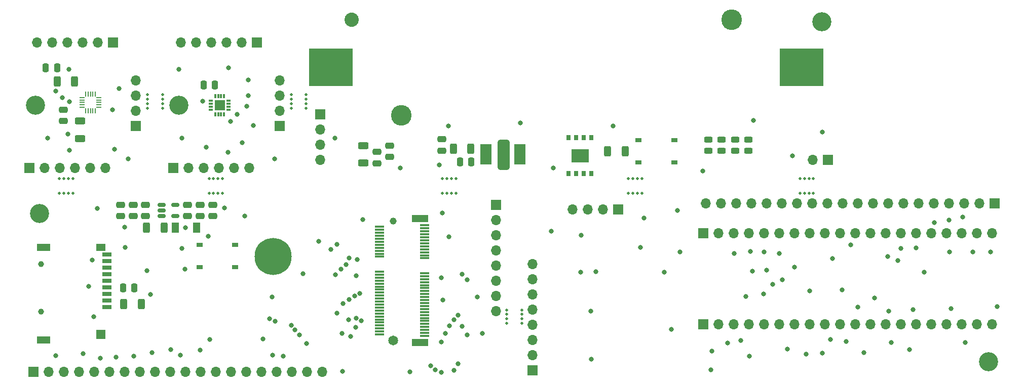
<source format=gbr>
%TF.GenerationSoftware,KiCad,Pcbnew,(6.0.5)*%
%TF.CreationDate,2022-08-13T10:27:20+02:00*%
%TF.ProjectId,clarinoid-devboard,636c6172-696e-46f6-9964-2d646576626f,rev?*%
%TF.SameCoordinates,Original*%
%TF.FileFunction,Soldermask,Top*%
%TF.FilePolarity,Negative*%
%FSLAX46Y46*%
G04 Gerber Fmt 4.6, Leading zero omitted, Abs format (unit mm)*
G04 Created by KiCad (PCBNEW (6.0.5)) date 2022-08-13 10:27:20*
%MOMM*%
%LPD*%
G01*
G04 APERTURE LIST*
G04 Aperture macros list*
%AMRoundRect*
0 Rectangle with rounded corners*
0 $1 Rounding radius*
0 $2 $3 $4 $5 $6 $7 $8 $9 X,Y pos of 4 corners*
0 Add a 4 corners polygon primitive as box body*
4,1,4,$2,$3,$4,$5,$6,$7,$8,$9,$2,$3,0*
0 Add four circle primitives for the rounded corners*
1,1,$1+$1,$2,$3*
1,1,$1+$1,$4,$5*
1,1,$1+$1,$6,$7*
1,1,$1+$1,$8,$9*
0 Add four rect primitives between the rounded corners*
20,1,$1+$1,$2,$3,$4,$5,0*
20,1,$1+$1,$4,$5,$6,$7,0*
20,1,$1+$1,$6,$7,$8,$9,0*
20,1,$1+$1,$8,$9,$2,$3,0*%
%AMFreePoly0*
4,1,14,0.088284,0.450784,0.100000,0.422500,0.100000,-0.422500,0.088284,-0.450784,0.060000,-0.462500,0.036569,-0.462500,0.008285,-0.450784,-0.088284,-0.354215,-0.100000,-0.325931,-0.100000,0.422500,-0.088284,0.450784,-0.060000,0.462500,0.060000,0.462500,0.088284,0.450784,0.088284,0.450784,$1*%
%AMFreePoly1*
4,1,14,0.088284,0.450784,0.100000,0.422500,0.100000,-0.325931,0.088284,-0.354215,-0.008285,-0.450784,-0.036569,-0.462500,-0.060000,-0.462500,-0.088284,-0.450784,-0.100000,-0.422500,-0.100000,0.422500,-0.088284,0.450784,-0.060000,0.462500,0.060000,0.462500,0.088284,0.450784,0.088284,0.450784,$1*%
%AMFreePoly2*
4,1,14,0.450784,0.088284,0.462500,0.060000,0.462500,-0.060000,0.450784,-0.088284,0.422500,-0.100000,-0.422500,-0.100000,-0.450784,-0.088284,-0.462500,-0.060000,-0.462500,-0.036569,-0.450784,-0.008285,-0.354215,0.088284,-0.325931,0.100000,0.422500,0.100000,0.450784,0.088284,0.450784,0.088284,$1*%
%AMFreePoly3*
4,1,14,0.450784,0.088284,0.462500,0.060000,0.462500,-0.060000,0.450784,-0.088284,0.422500,-0.100000,-0.325931,-0.100000,-0.354215,-0.088284,-0.450784,0.008285,-0.462500,0.036569,-0.462500,0.060000,-0.450784,0.088284,-0.422500,0.100000,0.422500,0.100000,0.450784,0.088284,0.450784,0.088284,$1*%
%AMFreePoly4*
4,1,14,-0.008285,0.450784,0.088284,0.354215,0.100000,0.325931,0.100000,-0.422500,0.088284,-0.450784,0.060000,-0.462500,-0.060000,-0.462500,-0.088284,-0.450784,-0.100000,-0.422500,-0.100000,0.422500,-0.088284,0.450784,-0.060000,0.462500,-0.036569,0.462500,-0.008285,0.450784,-0.008285,0.450784,$1*%
%AMFreePoly5*
4,1,14,0.088284,0.450784,0.100000,0.422500,0.100000,-0.422500,0.088284,-0.450784,0.060000,-0.462500,-0.060000,-0.462500,-0.088284,-0.450784,-0.100000,-0.422500,-0.100000,0.325931,-0.088284,0.354215,0.008285,0.450784,0.036569,0.462500,0.060000,0.462500,0.088284,0.450784,0.088284,0.450784,$1*%
%AMFreePoly6*
4,1,14,0.450784,0.088284,0.462500,0.060000,0.462500,0.036569,0.450784,0.008285,0.354215,-0.088284,0.325931,-0.100000,-0.422500,-0.100000,-0.450784,-0.088284,-0.462500,-0.060000,-0.462500,0.060000,-0.450784,0.088284,-0.422500,0.100000,0.422500,0.100000,0.450784,0.088284,0.450784,0.088284,$1*%
%AMFreePoly7*
4,1,14,0.354215,0.088284,0.450784,-0.008285,0.462500,-0.036569,0.462500,-0.060000,0.450784,-0.088284,0.422500,-0.100000,-0.422500,-0.100000,-0.450784,-0.088284,-0.462500,-0.060000,-0.462500,0.060000,-0.450784,0.088284,-0.422500,0.100000,0.325931,0.100000,0.354215,0.088284,0.354215,0.088284,$1*%
G04 Aperture macros list end*
%ADD10C,1.000000*%
%ADD11R,1.300000X1.700000*%
%ADD12C,3.200000*%
%ADD13O,1.700000X1.700000*%
%ADD14R,1.700000X1.700000*%
%ADD15RoundRect,0.250000X-0.475000X0.250000X-0.475000X-0.250000X0.475000X-0.250000X0.475000X0.250000X0*%
%ADD16RoundRect,0.250000X-0.312500X-0.625000X0.312500X-0.625000X0.312500X0.625000X-0.312500X0.625000X0*%
%ADD17RoundRect,0.250000X0.475000X-0.250000X0.475000X0.250000X-0.475000X0.250000X-0.475000X-0.250000X0*%
%ADD18RoundRect,0.250000X0.250000X0.475000X-0.250000X0.475000X-0.250000X-0.475000X0.250000X-0.475000X0*%
%ADD19C,0.500000*%
%ADD20R,2.850000X2.250000*%
%ADD21R,0.700000X0.950000*%
%ADD22R,7.340000X6.350000*%
%ADD23C,2.390000*%
%ADD24C,3.450000*%
%ADD25R,1.850000X3.500000*%
%ADD26R,1.000000X0.750000*%
%ADD27RoundRect,0.243750X-0.456250X0.243750X-0.456250X-0.243750X0.456250X-0.243750X0.456250X0.243750X0*%
%ADD28C,6.200000*%
%ADD29R,1.800000X1.800000*%
%ADD30R,0.800000X0.300000*%
%ADD31R,0.300000X0.800000*%
%ADD32FreePoly0,0.000000*%
%ADD33RoundRect,0.050000X-0.050000X-0.412500X0.050000X-0.412500X0.050000X0.412500X-0.050000X0.412500X0*%
%ADD34FreePoly1,0.000000*%
%ADD35FreePoly2,0.000000*%
%ADD36RoundRect,0.050000X-0.412500X-0.050000X0.412500X-0.050000X0.412500X0.050000X-0.412500X0.050000X0*%
%ADD37FreePoly3,0.000000*%
%ADD38FreePoly4,0.000000*%
%ADD39FreePoly5,0.000000*%
%ADD40FreePoly6,0.000000*%
%ADD41FreePoly7,0.000000*%
%ADD42RoundRect,0.243750X0.456250X-0.243750X0.456250X0.243750X-0.456250X0.243750X-0.456250X-0.243750X0*%
%ADD43R,1.500000X1.600000*%
%ADD44R,2.200000X1.200000*%
%ADD45R,1.500000X1.200000*%
%ADD46R,1.600000X0.700000*%
%ADD47C,1.000000*%
%ADD48RoundRect,0.250000X0.312500X0.625000X-0.312500X0.625000X-0.312500X-0.625000X0.312500X-0.625000X0*%
%ADD49RoundRect,0.250000X-0.250000X-0.475000X0.250000X-0.475000X0.250000X0.475000X-0.250000X0.475000X0*%
%ADD50RoundRect,0.250000X0.625000X-0.312500X0.625000X0.312500X-0.625000X0.312500X-0.625000X-0.312500X0*%
%ADD51C,1.650000*%
%ADD52C,1.150000*%
%ADD53R,1.550000X0.300000*%
%ADD54R,2.750000X1.200000*%
%ADD55RoundRect,0.150000X-0.512500X-0.150000X0.512500X-0.150000X0.512500X0.150000X-0.512500X0.150000X0*%
%ADD56C,0.800000*%
G04 APERTURE END LIST*
D10*
X136529317Y-83100034D02*
X137529317Y-83100034D01*
X137529317Y-83100034D02*
X137529317Y-79100034D01*
X137529317Y-79100034D02*
X136529317Y-79100034D01*
X136529317Y-79100034D02*
X136529317Y-83100034D01*
G36*
X136529317Y-83100034D02*
G01*
X137529317Y-83100034D01*
X137529317Y-79100034D01*
X136529317Y-79100034D01*
X136529317Y-83100034D01*
G37*
D11*
%TO.C,D12*%
X82196817Y-93300034D03*
X85696817Y-93300034D03*
%TD*%
D12*
%TO.C,H10*%
X218109317Y-115700034D03*
%TD*%
D13*
%TO.C,J7*%
X188679317Y-81920034D03*
D14*
X191219317Y-81920034D03*
%TD*%
D15*
%TO.C,C1*%
X73009317Y-89450034D03*
X73009317Y-91350034D03*
%TD*%
D16*
%TO.C,R10*%
X157341817Y-80500034D03*
X154416817Y-80500034D03*
%TD*%
D17*
%TO.C,C29*%
X84209317Y-91350034D03*
X84209317Y-89450034D03*
%TD*%
D18*
%TO.C,C25*%
X60531817Y-66501034D03*
X62431817Y-66501034D03*
%TD*%
%TO.C,C18*%
X129750317Y-82260034D03*
X131650317Y-82260034D03*
%TD*%
D19*
%TO.C,U53*%
X87809317Y-87550004D03*
X88559317Y-85050004D03*
X89309317Y-87550004D03*
X90059317Y-85050004D03*
X87809317Y-85050004D03*
X88559317Y-87550004D03*
X89309317Y-85050004D03*
X90059317Y-87550004D03*
%TD*%
D13*
%TO.C,U2*%
X218639317Y-94234034D03*
X216099317Y-94234034D03*
X213559317Y-94234034D03*
X211019317Y-94234034D03*
X208479317Y-94234034D03*
X205939317Y-94234034D03*
X203399317Y-94234034D03*
X200859317Y-94234034D03*
X198319317Y-94234034D03*
X195779317Y-94234034D03*
X193239317Y-94234034D03*
X190699317Y-94234034D03*
X188159317Y-94234034D03*
X185619317Y-94234034D03*
X183079317Y-94234034D03*
X180539317Y-94234034D03*
X177999317Y-94234034D03*
X175459317Y-94234034D03*
X172919317Y-94234034D03*
D14*
X170379317Y-94234034D03*
%TD*%
D20*
%TO.C,IC2*%
X149809317Y-81225034D03*
D21*
X147904317Y-78250034D03*
X149174317Y-78250034D03*
X150444317Y-78250034D03*
X151714317Y-78250034D03*
X151714317Y-84200034D03*
X150444317Y-84200034D03*
X149174317Y-84200034D03*
X147904317Y-84200034D03*
%TD*%
D15*
%TO.C,C26*%
X77209317Y-89450034D03*
X77209317Y-91350034D03*
%TD*%
D22*
%TO.C,BT1*%
X186864462Y-66465736D03*
X108204462Y-66465736D03*
D23*
X111604462Y-58465736D03*
D24*
X119934462Y-74465736D03*
X175134462Y-58465736D03*
%TD*%
D13*
%TO.C,J48*%
X75589317Y-68650034D03*
X75589317Y-71190034D03*
X75589317Y-73730034D03*
D14*
X75589317Y-76270034D03*
%TD*%
D13*
%TO.C,J3*%
X148559317Y-90260034D03*
X151099317Y-90260034D03*
X153639317Y-90260034D03*
D14*
X156179317Y-90260034D03*
%TD*%
D25*
%TO.C,L1*%
X134115317Y-80985034D03*
X139715317Y-80985034D03*
%TD*%
D16*
%TO.C,R4*%
X65344317Y-68801034D03*
X62419317Y-68801034D03*
%TD*%
D26*
%TO.C,SW6*%
X86209317Y-96125034D03*
X86209317Y-99875034D03*
X92209317Y-96125034D03*
X92209317Y-99875034D03*
%TD*%
D27*
%TO.C,D1*%
X177916150Y-80460034D03*
X177916150Y-78585034D03*
%TD*%
D19*
%TO.C,U50*%
X129059317Y-87550034D03*
X128309317Y-87550034D03*
X127559317Y-85050034D03*
X127559317Y-87550034D03*
X126809317Y-87550034D03*
X129059317Y-85050034D03*
X128309317Y-85050034D03*
X126809317Y-85050034D03*
%TD*%
D15*
%TO.C,C15*%
X117979317Y-81450034D03*
X117979317Y-79550034D03*
%TD*%
D28*
%TO.C,H4*%
X98556672Y-98155034D03*
%TD*%
D19*
%TO.C,U56*%
X80059317Y-73300034D03*
X77559317Y-71800034D03*
X77559317Y-71050034D03*
X77559317Y-72550034D03*
X80059317Y-71800034D03*
X80059317Y-72550034D03*
X77559317Y-73300034D03*
X80059317Y-71050034D03*
%TD*%
%TO.C,U65*%
X140059317Y-107050068D03*
X137559317Y-107050068D03*
X140059317Y-108550068D03*
X140059317Y-109300068D03*
X137559317Y-108550068D03*
X137559317Y-109300068D03*
X140059317Y-107800068D03*
X137559317Y-107800068D03*
%TD*%
%TO.C,U49*%
X158639304Y-87550034D03*
X160139304Y-87550034D03*
X157889304Y-85050034D03*
X159389304Y-85050034D03*
X157889304Y-87550034D03*
X159389304Y-87550034D03*
X160139304Y-85050034D03*
X158639304Y-85050034D03*
%TD*%
D13*
%TO.C,J46*%
X70509317Y-83300034D03*
X67969317Y-83300034D03*
X65429317Y-83300034D03*
X62889317Y-83300034D03*
X60349317Y-83300034D03*
D14*
X57809317Y-83300034D03*
%TD*%
D13*
%TO.C,J47*%
X59079317Y-62300034D03*
X61619317Y-62300034D03*
X64159317Y-62300034D03*
X66699317Y-62300034D03*
X69239317Y-62300034D03*
D14*
X71779317Y-62300034D03*
%TD*%
D13*
%TO.C,J42*%
X141849317Y-99395034D03*
X141849317Y-101935034D03*
X141849317Y-104475034D03*
X141849317Y-107015034D03*
X141849317Y-109555034D03*
X141849317Y-112095034D03*
X141849317Y-114635034D03*
D14*
X141849317Y-117175034D03*
%TD*%
D29*
%TO.C,IC3*%
X89589317Y-72800034D03*
D30*
X91089317Y-72050034D03*
X91089317Y-72550034D03*
X91089317Y-73050034D03*
X91089317Y-73550034D03*
D31*
X90339317Y-74300034D03*
X89839317Y-74300034D03*
X89339317Y-74300034D03*
X88839317Y-74300034D03*
D30*
X88089317Y-73550034D03*
X88089317Y-73050034D03*
X88089317Y-72550034D03*
X88089317Y-72050034D03*
D31*
X88839317Y-71300034D03*
X89339317Y-71300034D03*
X89839317Y-71300034D03*
X90339317Y-71300034D03*
%TD*%
D32*
%TO.C,U45*%
X67219317Y-70922534D03*
D33*
X67619317Y-70922534D03*
X68019317Y-70922534D03*
X68419317Y-70922534D03*
D34*
X68819317Y-70922534D03*
D35*
X69406817Y-71510034D03*
D36*
X69406817Y-71910034D03*
X69406817Y-72310034D03*
X69406817Y-72710034D03*
D37*
X69406817Y-73110034D03*
D38*
X68819317Y-73697534D03*
D33*
X68419317Y-73697534D03*
X68019317Y-73697534D03*
X67619317Y-73697534D03*
D39*
X67219317Y-73697534D03*
D40*
X66631817Y-73110034D03*
D36*
X66631817Y-72710034D03*
X66631817Y-72310034D03*
X66631817Y-71910034D03*
D41*
X66631817Y-71510034D03*
%TD*%
D13*
%TO.C,J50*%
X94509317Y-83300034D03*
X91969317Y-83300034D03*
X89429317Y-83300034D03*
X86889317Y-83300034D03*
X84349317Y-83300034D03*
D14*
X81809317Y-83300034D03*
%TD*%
D42*
%TO.C,D2*%
X175700317Y-78585034D03*
X175700317Y-80460034D03*
%TD*%
D17*
%TO.C,C30*%
X86309317Y-91350034D03*
X86309317Y-89450034D03*
%TD*%
D12*
%TO.C,H11*%
X58809317Y-72800034D03*
%TD*%
D13*
%TO.C,U3*%
X218639317Y-109474034D03*
X216099317Y-109474034D03*
X213559317Y-109474034D03*
X211019317Y-109474034D03*
X208479317Y-109474034D03*
X205939317Y-109474034D03*
X203399317Y-109474034D03*
X200859317Y-109474034D03*
X198319317Y-109474034D03*
X195779317Y-109474034D03*
X193239317Y-109474034D03*
X190699317Y-109474034D03*
X188159317Y-109474034D03*
X185619317Y-109474034D03*
X183079317Y-109474034D03*
X180539317Y-109474034D03*
X177999317Y-109474034D03*
X175459317Y-109474034D03*
X172919317Y-109474034D03*
D14*
X170379317Y-109474034D03*
%TD*%
D18*
%TO.C,C32*%
X86889317Y-69370034D03*
X88789317Y-69370034D03*
%TD*%
D15*
%TO.C,C24*%
X63509317Y-75450034D03*
X63509317Y-73550034D03*
%TD*%
D14*
%TO.C,J40*%
X135769317Y-89479332D03*
D13*
X135769317Y-92019332D03*
X135769317Y-94559332D03*
X135769317Y-97099332D03*
X135769317Y-99639332D03*
X135769317Y-102179332D03*
X135769317Y-104719332D03*
X135769317Y-107259332D03*
%TD*%
D12*
%TO.C,H12*%
X82809317Y-72800034D03*
%TD*%
D15*
%TO.C,C2*%
X75109317Y-89450034D03*
X75109317Y-91350034D03*
%TD*%
D42*
%TO.C,D4*%
X171268651Y-78585034D03*
X171268651Y-80460034D03*
%TD*%
D12*
%TO.C,H9*%
X59509317Y-90900034D03*
%TD*%
D43*
%TO.C,J38*%
X69761566Y-111150034D03*
D44*
X60161566Y-112050034D03*
X60161566Y-96550034D03*
D45*
X69761566Y-96550034D03*
D46*
X70761566Y-97750034D03*
X70761566Y-98850034D03*
X70761566Y-99950034D03*
X70761566Y-101050034D03*
X70761566Y-102150034D03*
X70761566Y-103250034D03*
X70761566Y-104350034D03*
X70761566Y-105450034D03*
X70761566Y-106550034D03*
D47*
X59761566Y-99350034D03*
X59761566Y-107350034D03*
%TD*%
D13*
%TO.C,J34*%
X106399317Y-81920034D03*
X106399317Y-79380034D03*
X106399317Y-76840034D03*
D14*
X106399317Y-74300034D03*
%TD*%
D48*
%TO.C,R14*%
X80309317Y-93300034D03*
X77384317Y-93300034D03*
%TD*%
D16*
%TO.C,R11*%
X131562817Y-80060034D03*
X128637817Y-80060034D03*
%TD*%
%TO.C,R15*%
X73546817Y-106100034D03*
X76471817Y-106100034D03*
%TD*%
D13*
%TO.C,J49*%
X99589317Y-68650034D03*
X99589317Y-71190034D03*
X99589317Y-73730034D03*
D14*
X99589317Y-76270034D03*
%TD*%
D19*
%TO.C,U52*%
X187309317Y-85050034D03*
X188059317Y-85050034D03*
X188809317Y-85050034D03*
X188059317Y-87550034D03*
X187309317Y-87550034D03*
X188809317Y-87550034D03*
X186559317Y-85050034D03*
X186559317Y-87550034D03*
%TD*%
%TO.C,U60*%
X104059317Y-73300034D03*
X101559317Y-71800034D03*
X101559317Y-73300034D03*
X104059317Y-71800034D03*
X101559317Y-72550034D03*
X104059317Y-72550034D03*
X101559317Y-71050034D03*
X104059317Y-71050034D03*
%TD*%
%TO.C,U55*%
X64309317Y-87550034D03*
X63559317Y-87550034D03*
X63559317Y-85050034D03*
X65059317Y-85050034D03*
X62809317Y-87550034D03*
X62809317Y-85050034D03*
X65059317Y-87550034D03*
X64309317Y-85050034D03*
%TD*%
D27*
%TO.C,D3*%
X173484484Y-80460034D03*
X173484484Y-78585034D03*
%TD*%
D12*
%TO.C,H6*%
X190219317Y-58790034D03*
%TD*%
D49*
%TO.C,C28*%
X73459317Y-103400034D03*
X75359317Y-103400034D03*
%TD*%
D17*
%TO.C,C31*%
X88409317Y-91350034D03*
X88409317Y-89450034D03*
%TD*%
D50*
%TO.C,R9*%
X113579317Y-79537534D03*
X113579317Y-82462534D03*
%TD*%
D51*
%TO.C,U40*%
X118556672Y-112155034D03*
D52*
X118556672Y-92155034D03*
D53*
X123831672Y-92905034D03*
X116281672Y-93155034D03*
X123831672Y-93405034D03*
X116281672Y-93655034D03*
X123831672Y-93905034D03*
X116281672Y-94155034D03*
X123831672Y-94405034D03*
X116281672Y-94655034D03*
X123831672Y-94905034D03*
X116281672Y-95155034D03*
X123831672Y-95405034D03*
X116281672Y-95655034D03*
X123831672Y-95905034D03*
X116281672Y-96155034D03*
X123831672Y-96405034D03*
X116281672Y-96655034D03*
X123831672Y-96905034D03*
X116281672Y-97155034D03*
X123831672Y-97405034D03*
X116281672Y-97655034D03*
X123831672Y-97905034D03*
X116281672Y-98155034D03*
X123831672Y-98405034D03*
X116281672Y-100655034D03*
X123831672Y-100905034D03*
X116281672Y-101155034D03*
X123831672Y-101405034D03*
X116281672Y-101655034D03*
X123831672Y-101905034D03*
X116281672Y-102155034D03*
X123831672Y-102405034D03*
X116281672Y-102655034D03*
X123831672Y-102905034D03*
X116281672Y-103155034D03*
X123831672Y-103405034D03*
X116281672Y-103655034D03*
X123831672Y-103905034D03*
X116281672Y-104155034D03*
X123831672Y-104405034D03*
X116281672Y-104655034D03*
X123831672Y-104905034D03*
X116281672Y-105155034D03*
X123831672Y-105405034D03*
X116281672Y-105655034D03*
X123831672Y-105905034D03*
X116281672Y-106155034D03*
X123831672Y-106405034D03*
X116281672Y-106655034D03*
X123831672Y-106905034D03*
X116281672Y-107155034D03*
X123831672Y-107405034D03*
X116281672Y-107655034D03*
X123831672Y-107905034D03*
X116281672Y-108155034D03*
X123831672Y-108405034D03*
X116281672Y-108655034D03*
X123831672Y-108905034D03*
X116281672Y-109155034D03*
X123831672Y-109405034D03*
X116281672Y-109655034D03*
X123831672Y-109905034D03*
X116281672Y-110155034D03*
X123831672Y-110405034D03*
X116281672Y-110655034D03*
X123831672Y-110905034D03*
X116281672Y-111155034D03*
X123831672Y-111405034D03*
D54*
X123056672Y-91805034D03*
X123056672Y-112505034D03*
%TD*%
D50*
%TO.C,R12*%
X66219317Y-75447534D03*
X66219317Y-78372534D03*
%TD*%
D17*
%TO.C,C19*%
X126700317Y-78510034D03*
X126700317Y-80410034D03*
%TD*%
%TO.C,C16*%
X115879317Y-80600034D03*
X115879317Y-82500034D03*
%TD*%
D14*
%TO.C,J39*%
X58509317Y-117400034D03*
D13*
X61049317Y-117400034D03*
X63589317Y-117400034D03*
X66129317Y-117400034D03*
X68669317Y-117400034D03*
X71209317Y-117400034D03*
X73749317Y-117400034D03*
X76289317Y-117400034D03*
X78829317Y-117400034D03*
X81369317Y-117400034D03*
X83909317Y-117400034D03*
X86449317Y-117400034D03*
X88989317Y-117400034D03*
X91529317Y-117400034D03*
X94069317Y-117400034D03*
X96609317Y-117400034D03*
X99149317Y-117400034D03*
X101689317Y-117400034D03*
X104229317Y-117400034D03*
X106769317Y-117400034D03*
%TD*%
%TO.C,J51*%
X83079317Y-62300034D03*
X85619317Y-62300034D03*
X88159317Y-62300034D03*
X90699317Y-62300034D03*
X93239317Y-62300034D03*
D14*
X95779317Y-62300034D03*
%TD*%
D26*
%TO.C,SW1*%
X165579317Y-82375034D03*
X165579317Y-78625034D03*
X159579317Y-82375034D03*
X159579317Y-78625034D03*
%TD*%
D55*
%TO.C,U19*%
X79871817Y-89450034D03*
X79871817Y-90400034D03*
X79871817Y-91350034D03*
X82146817Y-91350034D03*
X82146817Y-89450034D03*
%TD*%
D13*
%TO.C,J41*%
X170849317Y-89200034D03*
X173389317Y-89200034D03*
X175929317Y-89200034D03*
X178469317Y-89200034D03*
X181009317Y-89200034D03*
X183549317Y-89200034D03*
X186089317Y-89200034D03*
X188629317Y-89200034D03*
X191169317Y-89200034D03*
X193709317Y-89200034D03*
X196249317Y-89200034D03*
X198789317Y-89200034D03*
X201329317Y-89200034D03*
X203869317Y-89200034D03*
X206409317Y-89200034D03*
X208949317Y-89200034D03*
X211489317Y-89200034D03*
X214029317Y-89200034D03*
X216569317Y-89200034D03*
D14*
X219109317Y-89200034D03*
%TD*%
D56*
X73709317Y-93200034D03*
X104109317Y-112700034D03*
X83309317Y-96800034D03*
X68309317Y-98700034D03*
X132609317Y-104900034D03*
X93809317Y-91300034D03*
X86309317Y-113800034D03*
X83809317Y-100200034D03*
X113509317Y-91900034D03*
X126809317Y-90800034D03*
X133509317Y-111000034D03*
X110109317Y-117300034D03*
X103509317Y-101000034D03*
X69109317Y-90100034D03*
X112409317Y-101300034D03*
X126909317Y-105400034D03*
X98309317Y-104900034D03*
X109209317Y-107600034D03*
X69609317Y-115100034D03*
X73809317Y-96600034D03*
X62209317Y-114700034D03*
X126609317Y-101700034D03*
X66809317Y-114400034D03*
X72309317Y-115000034D03*
X83009317Y-114600034D03*
X67709317Y-103100034D03*
X90409317Y-90000034D03*
X83909317Y-93300034D03*
X78309317Y-114200034D03*
X106109317Y-95600034D03*
X87909317Y-112000034D03*
X68509317Y-108200034D03*
X75209317Y-114800034D03*
X77409317Y-100500034D03*
X121409317Y-117400034D03*
X81409317Y-113700034D03*
X78009317Y-104500034D03*
X160479317Y-91674034D03*
X183079317Y-97574034D03*
X203379317Y-96774034D03*
X197279317Y-114174034D03*
X166479317Y-97374034D03*
X191679317Y-111974034D03*
X165079317Y-110274034D03*
X211579317Y-97374034D03*
X214179317Y-112474034D03*
X171679317Y-117074034D03*
X207279317Y-100774034D03*
X218379317Y-97374034D03*
X175579317Y-97574034D03*
X178579317Y-100574034D03*
X163879317Y-100774034D03*
X180579317Y-97374034D03*
X205479317Y-106974034D03*
X188179317Y-103874034D03*
X219479317Y-106474034D03*
X193579317Y-103674034D03*
X159879317Y-96574034D03*
X152479317Y-100674034D03*
X151579317Y-107274034D03*
X151679317Y-115274034D03*
X144979317Y-93874034D03*
X201179317Y-98074034D03*
X215479317Y-97374034D03*
X166079317Y-90374034D03*
X149879317Y-100774034D03*
X201779317Y-112474034D03*
X178279317Y-97274034D03*
X211779317Y-106874034D03*
X194279317Y-112374034D03*
X149979317Y-94574034D03*
X204879317Y-113674034D03*
X213779317Y-91474034D03*
X111452849Y-111500534D03*
X112381057Y-108471775D03*
X111127034Y-108698546D03*
X110009317Y-111000034D03*
X113291260Y-108884734D03*
X112351050Y-109958301D03*
X183579317Y-101974034D03*
X180979317Y-100374034D03*
X191980090Y-98474534D03*
X195079317Y-96174034D03*
X208979317Y-92423045D03*
X211479317Y-92023534D03*
X202884695Y-98779412D03*
X205979317Y-96674034D03*
X178079317Y-114774034D03*
X171879317Y-113974034D03*
X187579317Y-114474034D03*
X190279317Y-114274034D03*
X184479317Y-113573035D03*
X174479317Y-112574034D03*
X201379317Y-107274034D03*
X176679317Y-112174034D03*
X185679317Y-99874034D03*
X182010235Y-102752358D03*
X180479317Y-104374034D03*
X177479317Y-104774034D03*
X196209297Y-106574534D03*
X198979317Y-105074034D03*
X108909317Y-101200034D03*
X109209317Y-96100034D03*
X98834710Y-108931213D03*
X97939252Y-108487186D03*
X108209317Y-96900034D03*
X130909317Y-111200034D03*
X130909317Y-102000034D03*
X110209317Y-106000534D03*
X130109317Y-109800034D03*
X130109317Y-101100034D03*
X112609317Y-98600034D03*
X96809317Y-111945849D03*
X111209317Y-98400034D03*
X98409317Y-114600034D03*
X110709317Y-99500034D03*
X109900682Y-100212911D03*
X100209317Y-114800034D03*
X101609317Y-109600034D03*
X113009317Y-104299534D03*
X102197853Y-110407889D03*
X112118064Y-104751942D03*
X111209317Y-105300034D03*
X102909317Y-111200034D03*
X129409317Y-116100034D03*
X129409317Y-107900034D03*
X128709317Y-117200034D03*
X128709317Y-108691013D03*
X128009317Y-109700034D03*
X126609317Y-117500034D03*
X125609317Y-117100034D03*
X127309317Y-111000034D03*
X126609317Y-112400034D03*
X124850950Y-116400534D03*
X155309317Y-76300034D03*
X108809317Y-78300034D03*
X139809317Y-75800034D03*
X126309317Y-82800034D03*
X127809317Y-76300034D03*
X145309317Y-83300034D03*
X170309317Y-83800034D03*
X190309317Y-77300034D03*
X178809317Y-75300034D03*
X119809317Y-83300034D03*
X185309317Y-81300034D03*
X72009317Y-80200034D03*
X64509317Y-80300034D03*
X64509317Y-72200034D03*
X60809317Y-78300034D03*
X74309317Y-81800034D03*
X72809317Y-70000034D03*
X64209317Y-77600034D03*
X71709317Y-73600034D03*
X64381817Y-66801034D03*
X89509317Y-72800034D03*
X94109317Y-73000034D03*
X82809317Y-66800034D03*
X95209317Y-76200034D03*
X98809317Y-81800034D03*
X91079317Y-66574034D03*
X83309317Y-78300034D03*
X86709317Y-72100034D03*
X87309317Y-79800034D03*
X91009317Y-80700034D03*
X93381817Y-79101034D03*
X91381178Y-75501672D03*
X92481817Y-74301034D03*
X94381817Y-71201034D03*
X94381817Y-68601034D03*
X63309317Y-71500034D03*
X62209317Y-70400034D03*
X87709317Y-94700034D03*
X127909317Y-94800034D03*
M02*

</source>
